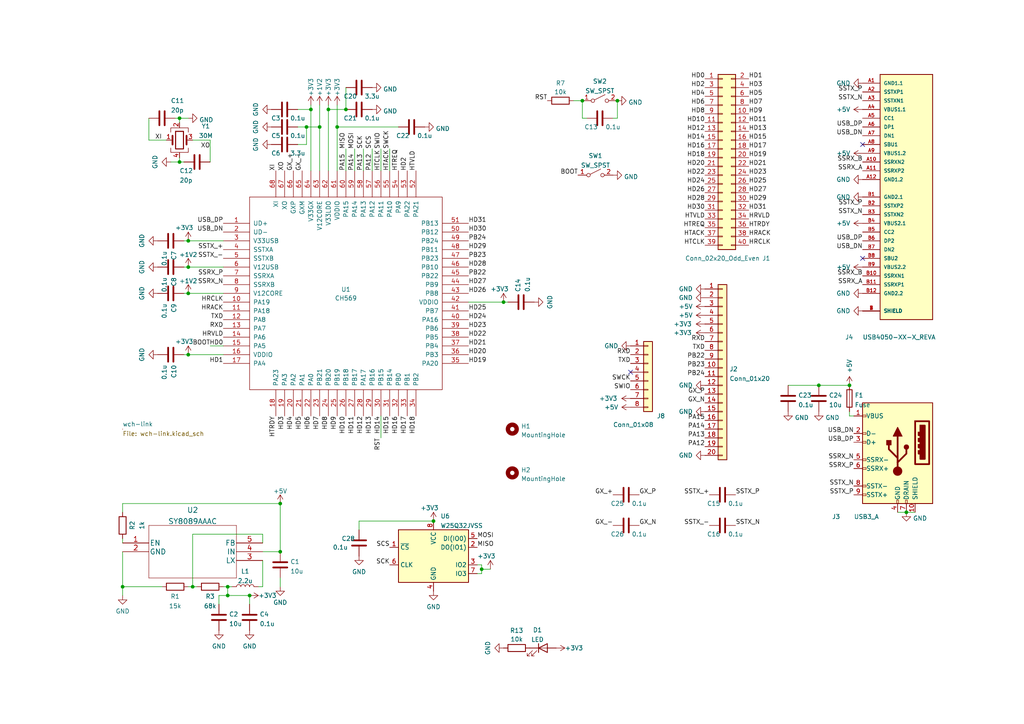
<source format=kicad_sch>
(kicad_sch (version 20211123) (generator eeschema)
  (paper "A4")
  (lib_symbols
    (symbol "2021-10-05_14-05-45:SY8089AAAC" (pin_names (offset 0.254))
      (property "Reference" "U" (at 20.32 10.16 0))
      (property "Value" "SY8089AAAC" (at 20.32 7.62 0))
      (symbol "SY8089AAAC_1_1"
        (pin input line (at 0 0 0) (length 7.62) (name "EN") (number "1"))
        (pin power_in line (at 0 -2.54 0) (length 7.62) (name "GND") (number "2"))
        (pin unspecified line (at 40.64 -5.08 180) (length 7.62) (name "LX") (number "3"))
        (pin input line (at 40.64 -2.54 180) (length 7.62) (name "IN") (number "4"))
        (pin output line (at 40.64 0 180) (length 7.62) (name "FB") (number "5"))
      )
    )
    (symbol "CH569:CH569" (pin_names (offset 1.016))
      (property "Reference" "U" (at 0 -2.54 0))
      (property "Value" "CH569" (at 0 2.54 0))
      (symbol "CH569_1_1"
        (pin bidirectional line (at -35.56 20.32 0) (length 7.62) (name "UD+") (number "1"))
        (pin bidirectional line (at -35.56 -2.54 0) (length 7.62) (name "PA19") (number "10"))
        (pin bidirectional line (at -35.56 -5.08 0) (length 7.62) (name "PA18") (number "11"))
        (pin bidirectional line (at -35.56 -7.62 0) (length 7.62) (name "PA8") (number "12"))
        (pin bidirectional line (at -35.56 -10.16 0) (length 7.62) (name "PA7") (number "13"))
        (pin bidirectional line (at -35.56 -12.7 0) (length 7.62) (name "PA6") (number "14"))
        (pin bidirectional line (at -35.56 -15.24 0) (length 7.62) (name "PA5") (number "15"))
        (pin power_in line (at -35.56 -17.78 0) (length 7.62) (name "VDDIO") (number "16"))
        (pin bidirectional line (at -35.56 -20.32 0) (length 7.62) (name "PA4") (number "17"))
        (pin bidirectional line (at -20.32 -35.56 90) (length 7.62) (name "PA23") (number "18"))
        (pin bidirectional line (at -17.78 -35.56 90) (length 7.62) (name "PA3") (number "19"))
        (pin bidirectional line (at -35.56 17.78 0) (length 7.62) (name "UD-") (number "2"))
        (pin bidirectional line (at -15.24 -35.56 90) (length 7.62) (name "PA2") (number "20"))
        (pin bidirectional line (at -12.7 -35.56 90) (length 7.62) (name "PA1") (number "21"))
        (pin bidirectional line (at -10.16 -35.56 90) (length 7.62) (name "PA0") (number "22"))
        (pin bidirectional line (at -7.62 -35.56 90) (length 7.62) (name "PB21") (number "23"))
        (pin bidirectional line (at -5.08 -35.56 90) (length 7.62) (name "PB20") (number "24"))
        (pin bidirectional line (at -2.54 -35.56 90) (length 7.62) (name "PB19") (number "25"))
        (pin bidirectional line (at 0 -35.56 90) (length 7.62) (name "PB18") (number "26"))
        (pin bidirectional line (at 2.54 -35.56 90) (length 7.62) (name "PB17") (number "27"))
        (pin bidirectional line (at 5.08 -35.56 90) (length 7.62) (name "PA17") (number "28"))
        (pin bidirectional line (at 7.62 -35.56 90) (length 7.62) (name "PB16") (number "29"))
        (pin power_in line (at -35.56 15.24 0) (length 7.62) (name "V33USB") (number "3"))
        (pin bidirectional line (at 10.16 -35.56 90) (length 7.62) (name "PB15") (number "30"))
        (pin bidirectional line (at 12.7 -35.56 90) (length 7.62) (name "PB14") (number "31"))
        (pin bidirectional line (at 15.24 -35.56 90) (length 7.62) (name "PB0") (number "32"))
        (pin bidirectional line (at 17.78 -35.56 90) (length 7.62) (name "PB1") (number "33"))
        (pin bidirectional line (at 20.32 -35.56 90) (length 7.62) (name "PB2") (number "34"))
        (pin bidirectional line (at 35.56 -20.32 180) (length 7.62) (name "PA20") (number "35"))
        (pin bidirectional line (at 35.56 -17.78 180) (length 7.62) (name "PB3") (number "36"))
        (pin bidirectional line (at 35.56 -15.24 180) (length 7.62) (name "PB4") (number "37"))
        (pin bidirectional line (at 35.56 -12.7 180) (length 7.62) (name "PB5") (number "38"))
        (pin bidirectional line (at 35.56 -10.16 180) (length 7.62) (name "PB6") (number "39"))
        (pin bidirectional line (at -35.56 12.7 0) (length 7.62) (name "SSTXA") (number "4"))
        (pin bidirectional line (at 35.56 -7.62 180) (length 7.62) (name "PA16") (number "40"))
        (pin bidirectional line (at 35.56 -5.08 180) (length 7.62) (name "PB7") (number "41"))
        (pin power_in line (at 35.56 -2.54 180) (length 7.62) (name "VDDIO") (number "42"))
        (pin bidirectional line (at 35.56 0 180) (length 7.62) (name "PB8") (number "43"))
        (pin bidirectional line (at 35.56 2.54 180) (length 7.62) (name "PB9") (number "44"))
        (pin bidirectional line (at 35.56 5.08 180) (length 7.62) (name "PB22") (number "45"))
        (pin bidirectional line (at 35.56 7.62 180) (length 7.62) (name "PB10") (number "46"))
        (pin bidirectional line (at 35.56 10.16 180) (length 7.62) (name "PB23") (number "47"))
        (pin bidirectional line (at 35.56 12.7 180) (length 7.62) (name "PB11") (number "48"))
        (pin bidirectional line (at 35.56 15.24 180) (length 7.62) (name "PB24") (number "49"))
        (pin bidirectional line (at -35.56 10.16 0) (length 7.62) (name "SSTXB") (number "5"))
        (pin bidirectional line (at 35.56 17.78 180) (length 7.62) (name "PB12") (number "50"))
        (pin bidirectional line (at 35.56 20.32 180) (length 7.62) (name "PB13") (number "51"))
        (pin bidirectional line (at 20.32 35.56 270) (length 7.62) (name "PA21") (number "52"))
        (pin bidirectional line (at 17.78 35.56 270) (length 7.62) (name "PA22") (number "53"))
        (pin bidirectional line (at 15.24 35.56 270) (length 7.62) (name "PA9") (number "54"))
        (pin bidirectional line (at 12.7 35.56 270) (length 7.62) (name "PA10") (number "55"))
        (pin bidirectional line (at 10.16 35.56 270) (length 7.62) (name "PA11") (number "56"))
        (pin bidirectional line (at 7.62 35.56 270) (length 7.62) (name "PA12") (number "57"))
        (pin bidirectional line (at 5.08 35.56 270) (length 7.62) (name "PA13") (number "58"))
        (pin bidirectional line (at 2.54 35.56 270) (length 7.62) (name "PA14") (number "59"))
        (pin power_in line (at -35.56 7.62 0) (length 7.62) (name "V12USB") (number "6"))
        (pin bidirectional line (at 0 35.56 270) (length 7.62) (name "PA15") (number "60"))
        (pin power_in line (at -2.54 35.56 270) (length 7.62) (name "VDDIO") (number "61"))
        (pin power_in line (at -5.08 35.56 270) (length 7.62) (name "V33LDO") (number "62"))
        (pin power_out line (at -7.62 35.56 270) (length 7.62) (name "V12CORE") (number "63"))
        (pin power_in line (at -10.16 35.56 270) (length 7.62) (name "V33GX") (number "64"))
        (pin bidirectional line (at -12.7 35.56 270) (length 7.62) (name "GXM") (number "65"))
        (pin bidirectional line (at -15.24 35.56 270) (length 7.62) (name "GXP") (number "66"))
        (pin output line (at -17.78 35.56 270) (length 7.62) (name "XO") (number "67"))
        (pin input line (at -20.32 35.56 270) (length 7.62) (name "XI") (number "68"))
        (pin input line (at -35.56 5.08 0) (length 7.62) (name "SSRXA") (number "7"))
        (pin input line (at -35.56 2.54 0) (length 7.62) (name "SSRXB") (number "8"))
        (pin power_in line (at -35.56 0 0) (length 7.62) (name "V12CORE") (number "9"))
      )
    )
    (symbol "Connector:USB3_A" (pin_names (offset 1.016))
      (property "Reference" "J" (at -10.16 15.24 0))
      (property "Value" "USB3_A" (at 10.16 15.24 0))
      (symbol "USB3_A_1_1"
        (pin power_in line (at 12.7 10.16 180) (length 2.54) (name "VBUS") (number "1"))
        (pin passive line (at -5.08 -17.78 90) (length 2.54) (name "SHIELD") (number "10"))
        (pin bidirectional line (at 12.7 5.08 180) (length 2.54) (name "D-") (number "2"))
        (pin bidirectional line (at 12.7 2.54 180) (length 2.54) (name "D+") (number "3"))
        (pin power_in line (at 0 -17.78 90) (length 2.54) (name "GND") (number "4"))
        (pin output line (at 12.7 -2.54 180) (length 2.54) (name "SSRX-") (number "5"))
        (pin output line (at 12.7 -5.08 180) (length 2.54) (name "SSRX+") (number "6"))
        (pin passive line (at -2.54 -17.78 90) (length 2.54) (name "DRAIN") (number "7"))
        (pin input line (at 12.7 -10.16 180) (length 2.54) (name "SSTX-") (number "8"))
        (pin input line (at 12.7 -12.7 180) (length 2.54) (name "SSTX+") (number "9"))
      )
    )
    (symbol "Connector_Generic:Conn_01x08" (pin_names (offset 1.016) hide)
      (property "Reference" "J" (at 0 10.16 0))
      (property "Value" "Conn_01x08" (at 0 -12.7 0))
      (symbol "Conn_01x08_1_1"
        (pin passive line (at -5.08 7.62 0) (length 3.81) (name "Pin_1") (number "1"))
        (pin passive line (at -5.08 5.08 0) (length 3.81) (name "Pin_2") (number "2"))
        (pin passive line (at -5.08 2.54 0) (length 3.81) (name "Pin_3") (number "3"))
        (pin passive line (at -5.08 0 0) (length 3.81) (name "Pin_4") (number "4"))
        (pin passive line (at -5.08 -2.54 0) (length 3.81) (name "Pin_5") (number "5"))
        (pin passive line (at -5.08 -5.08 0) (length 3.81) (name "Pin_6") (number "6"))
        (pin passive line (at -5.08 -7.62 0) (length 3.81) (name "Pin_7") (number "7"))
        (pin passive line (at -5.08 -10.16 0) (length 3.81) (name "Pin_8") (number "8"))
      )
    )
    (symbol "Connector_Generic:Conn_01x20" (pin_names (offset 1.016) hide)
      (property "Reference" "J" (at 0 25.4 0))
      (property "Value" "Conn_01x20" (at 0 -27.94 0))
      (symbol "Conn_01x20_1_1"
        (pin passive line (at -5.08 22.86 0) (length 3.81) (name "Pin_1") (number "1"))
        (pin passive line (at -5.08 0 0) (length 3.81) (name "Pin_10") (number "10"))
        (pin passive line (at -5.08 -2.54 0) (length 3.81) (name "Pin_11") (number "11"))
        (pin passive line (at -5.08 -5.08 0) (length 3.81) (name "Pin_12") (number "12"))
        (pin passive line (at -5.08 -7.62 0) (length 3.81) (name "Pin_13") (number "13"))
        (pin passive line (at -5.08 -10.16 0) (length 3.81) (name "Pin_14") (number "14"))
        (pin passive line (at -5.08 -12.7 0) (length 3.81) (name "Pin_15") (number "15"))
        (pin passive line (at -5.08 -15.24 0) (length 3.81) (name "Pin_16") (number "16"))
        (pin passive line (at -5.08 -17.78 0) (length 3.81) (name "Pin_17") (number "17"))
        (pin passive line (at -5.08 -20.32 0) (length 3.81) (name "Pin_18") (number "18"))
        (pin passive line (at -5.08 -22.86 0) (length 3.81) (name "Pin_19") (number "19"))
        (pin passive line (at -5.08 20.32 0) (length 3.81) (name "Pin_2") (number "2"))
        (pin passive line (at -5.08 -25.4 0) (length 3.81) (name "Pin_20") (number "20"))
        (pin passive line (at -5.08 17.78 0) (length 3.81) (name "Pin_3") (number "3"))
        (pin passive line (at -5.08 15.24 0) (length 3.81) (name "Pin_4") (number "4"))
        (pin passive line (at -5.08 12.7 0) (length 3.81) (name "Pin_5") (number "5"))
        (pin passive line (at -5.08 10.16 0) (length 3.81) (name "Pin_6") (number "6"))
        (pin passive line (at -5.08 7.62 0) (length 3.81) (name "Pin_7") (number "7"))
        (pin passive line (at -5.08 5.08 0) (length 3.81) (name "Pin_8") (number "8"))
        (pin passive line (at -5.08 2.54 0) (length 3.81) (name "Pin_9") (number "9"))
      )
    )
    (symbol "Connector_Generic:Conn_02x20_Odd_Even" (pin_names (offset 1.016) hide)
      (property "Reference" "J" (at 1.27 25.4 0))
      (property "Value" "Conn_02x20_Odd_Even" (at 1.27 -27.94 0))
      (symbol "Conn_02x20_Odd_Even_1_1"
        (pin passive line (at -5.08 22.86 0) (length 3.81) (name "Pin_1") (number "1"))
        (pin passive line (at 7.62 12.7 180) (length 3.81) (name "Pin_10") (number "10"))
        (pin passive line (at -5.08 10.16 0) (length 3.81) (name "Pin_11") (number "11"))
        (pin passive line (at 7.62 10.16 180) (length 3.81) (name "Pin_12") (number "12"))
        (pin passive line (at -5.08 7.62 0) (length 3.81) (name "Pin_13") (number "13"))
        (pin passive line (at 7.62 7.62 180) (length 3.81) (name "Pin_14") (number "14"))
        (pin passive line (at -5.08 5.08 0) (length 3.81) (name "Pin_15") (number "15"))
        (pin passive line (at 7.62 5.08 180) (length 3.81) (name "Pin_16") (number "16"))
        (pin passive line (at -5.08 2.54 0) (length 3.81) (name "Pin_17") (number "17"))
        (pin passive line (at 7.62 2.54 180) (length 3.81) (name "Pin_18") (number "18"))
        (pin passive line (at -5.08 0 0) (length 3.81) (name "Pin_19") (number "19"))
        (pin passive line (at 7.62 22.86 180) (length 3.81) (name "Pin_2") (number "2"))
        (pin passive line (at 7.62 0 180) (length 3.81) (name "Pin_20") (number "20"))
        (pin passive line (at -5.08 -2.54 0) (length 3.81) (name "Pin_21") (number "21"))
        (pin passive line (at 7.62 -2.54 180) (length 3.81) (name "Pin_22") (number "22"))
        (pin passive line (at -5.08 -5.08 0) (length 3.81) (name "Pin_23") (number "23"))
        (pin passive line (at 7.62 -5.08 180) (length 3.81) (name "Pin_24") (number "24"))
        (pin passive line (at -5.08 -7.62 0) (length 3.81) (name "Pin_25") (number "25"))
        (pin passive line (at 7.62 -7.62 180) (length 3.81) (name "Pin_26") (number "26"))
        (pin passive line (at -5.08 -10.16 0) (length 3.81) (name "Pin_27") (number "27"))
        (pin passive line (at 7.62 -10.16 180) (length 3.81) (name "Pin_28") (number "28"))
        (pin passive line (at -5.08 -12.7 0) (length 3.81) (name "Pin_29") (number "29"))
        (pin passive line (at -5.08 20.32 0) (length 3.81) (name "Pin_3") (number "3"))
        (pin passive line (at 7.62 -12.7 180) (length 3.81) (name "Pin_30") (number "30"))
        (pin passive line (at -5.08 -15.24 0) (length 3.81) (name "Pin_31") (number "31"))
        (pin passive line (at 7.62 -15.24 180) (length 3.81) (name "Pin_32") (number "32"))
        (pin passive line (at -5.08 -17.78 0) (length 3.81) (name "Pin_33") (number "33"))
        (pin passive line (at 7.62 -17.78 180) (length 3.81) (name "Pin_34") (number "34"))
        (pin passive line (at -5.08 -20.32 0) (length 3.81) (name "Pin_35") (number "35"))
        (pin passive line (at 7.62 -20.32 180) (length 3.81) (name "Pin_36") (number "36"))
        (pin passive line (at -5.08 -22.86 0) (length 3.81) (name "Pin_37") (number "37"))
        (pin passive line (at 7.62 -22.86 180) (length 3.81) (name "Pin_38") (number "38"))
        (pin passive line (at -5.08 -25.4 0) (length 3.81) (name "Pin_39") (number "39"))
        (pin passive line (at 7.62 20.32 180) (length 3.81) (name "Pin_4") (number "4"))
        (pin passive line (at 7.62 -25.4 180) (length 3.81) (name "Pin_40") (number "40"))
        (pin passive line (at -5.08 17.78 0) (length 3.81) (name "Pin_5") (number "5"))
        (pin passive line (at 7.62 17.78 180) (length 3.81) (name "Pin_6") (number "6"))
        (pin passive line (at -5.08 15.24 0) (length 3.81) (name "Pin_7") (number "7"))
        (pin passive line (at 7.62 15.24 180) (length 3.81) (name "Pin_8") (number "8"))
        (pin passive line (at -5.08 12.7 0) (length 3.81) (name "Pin_9") (number "9"))
      )
    )
    (symbol "Device:C" (pin_numbers hide) (pin_names (offset 0.254))
      (property "Reference" "C" (at 0.635 2.54 0))
      (property "Value" "C" (at 0.635 -2.54 0))
      (symbol "C_1_1"
        (pin passive line (at 0 3.81 270) (length 2.794) (name "~") (number "1"))
        (pin passive line (at 0 -3.81 90) (length 2.794) (name "~") (number "2"))
      )
    )
    (symbol "Device:Crystal_GND24" (pin_names (offset 1.016) hide)
      (property "Reference" "Y" (at 3.175 5.08 0))
      (property "Value" "Crystal_GND24" (at 3.175 3.175 0))
      (symbol "Crystal_GND24_1_1"
        (pin passive line (at -3.81 0 0) (length 1.27) (name "1") (number "1"))
        (pin passive line (at 0 5.08 270) (length 1.27) (name "2") (number "2"))
        (pin passive line (at 3.81 0 180) (length 1.27) (name "3") (number "3"))
        (pin passive line (at 0 -5.08 90) (length 1.27) (name "4") (number "4"))
      )
    )
    (symbol "Device:Fuse" (pin_numbers hide) (pin_names (offset 0))
      (property "Reference" "F" (at 2.032 0 90))
      (property "Value" "Fuse" (at -1.905 0 90))
      (symbol "Fuse_1_1"
        (pin passive line (at 0 3.81 270) (length 1.27) (name "~") (number "1"))
        (pin passive line (at 0 -3.81 90) (length 1.27) (name "~") (number "2"))
      )
    )
    (symbol "Device:L" (pin_numbers hide) (pin_names (offset 1.016) hide)
      (property "Reference" "L" (at -1.27 0 90))
      (property "Value" "L" (at 1.905 0 90))
      (symbol "L_1_1"
        (pin passive line (at 0 3.81 270) (length 1.27) (name "1") (number "1"))
        (pin passive line (at 0 -3.81 90) (length 1.27) (name "2") (number "2"))
      )
    )
    (symbol "Device:LED" (pin_numbers hide) (pin_names (offset 1.016) hide)
      (property "Reference" "D" (at 0 2.54 0))
      (property "Value" "LED" (at 0 -2.54 0))
      (symbol "LED_1_1"
        (pin passive line (at -3.81 0 0) (length 2.54) (name "K") (number "1"))
        (pin passive line (at 3.81 0 180) (length 2.54) (name "A") (number "2"))
      )
    )
    (symbol "Device:R" (pin_numbers hide) (pin_names (offset 0))
      (property "Reference" "R" (at 2.032 0 90))
      (property "Value" "R" (at 0 0 90))
      (symbol "R_1_1"
        (pin passive line (at 0 3.81 270) (length 1.27) (name "~") (number "1"))
        (pin passive line (at 0 -3.81 90) (length 1.27) (name "~") (number "2"))
      )
    )
    (symbol "Mechanical:MountingHole" (pin_names (offset 1.016))
      (property "Reference" "H" (at 0 5.08 0))
      (property "Value" "MountingHole" (at 0 3.175 0))
    )
    (symbol "Memory_Flash:W25Q32JVSS"
      (property "Reference" "U" (at -8.89 8.89 0))
      (property "Value" "W25Q32JVSS" (at 7.62 8.89 0))
      (symbol "W25Q32JVSS_1_1"
        (pin input line (at -12.7 2.54 0) (length 2.54) (name "~{CS}") (number "1"))
        (pin bidirectional line (at 12.7 2.54 180) (length 2.54) (name "DO(IO1)") (number "2"))
        (pin bidirectional line (at 12.7 -2.54 180) (length 2.54) (name "IO2") (number "3"))
        (pin power_in line (at 0 -10.16 90) (length 2.54) (name "GND") (number "4"))
        (pin bidirectional line (at 12.7 5.08 180) (length 2.54) (name "DI(IO0)") (number "5"))
        (pin input line (at -12.7 -2.54 0) (length 2.54) (name "CLK") (number "6"))
        (pin bidirectional line (at 12.7 -5.08 180) (length 2.54) (name "IO3") (number "7"))
        (pin power_in line (at 0 10.16 270) (length 2.54) (name "VCC") (number "8"))
      )
    )
    (symbol "Switch:SW_SPST" (pin_names (offset 0) hide)
      (property "Reference" "SW" (at 0 3.175 0))
      (property "Value" "SW_SPST" (at 0 -2.54 0))
      (symbol "SW_SPST_1_1"
        (pin passive line (at -5.08 0 0) (length 2.54) (name "A") (number "1"))
        (pin passive line (at 5.08 0 180) (length 2.54) (name "B") (number "2"))
      )
    )
    (symbol "USB4050-XX-X_REVA:USB4050-XX-X_REVA" (pin_names (offset 1.016))
      (property "Reference" "J" (at -7.62 35.56 0))
      (property "Value" "USB4050-XX-X_REVA" (at -7.62 -38.1508 0))
      (symbol "USB4050-XX-X_REVA_0_0"
        (pin passive line (at -12.7 -33.02 0) (length 5.08) (name "SHIELD") (number "1"))
        (pin passive line (at -12.7 -33.02 0) (length 5.08) (name "SHIELD") (number "2"))
        (pin passive line (at -12.7 -33.02 0) (length 5.08) (name "SHIELD") (number "3"))
        (pin passive line (at -12.7 -33.02 0) (length 5.08) (name "SHIELD") (number "4"))
        (pin power_in line (at -12.7 33.02 0) (length 5.08) (name "GND1.1") (number "A1"))
        (pin input line (at -12.7 10.16 0) (length 5.08) (name "SSRXN2") (number "A10"))
        (pin input line (at -12.7 7.62 0) (length 5.08) (name "SSRXP2") (number "A11"))
        (pin power_in line (at -12.7 5.08 0) (length 5.08) (name "GND1.2") (number "A12"))
        (pin output line (at -12.7 30.48 0) (length 5.08) (name "SSTXP1") (number "A2"))
        (pin output line (at -12.7 27.94 0) (length 5.08) (name "SSTXN1") (number "A3"))
        (pin power_in line (at -12.7 25.4 0) (length 5.08) (name "VBUS1.1") (number "A4"))
        (pin bidirectional line (at -12.7 22.86 0) (length 5.08) (name "CC1") (number "A5"))
        (pin bidirectional line (at -12.7 20.32 0) (length 5.08) (name "DP1") (number "A6"))
        (pin bidirectional line (at -12.7 17.78 0) (length 5.08) (name "DN1") (number "A7"))
        (pin bidirectional line (at -12.7 15.24 0) (length 5.08) (name "SBU1") (number "A8"))
        (pin power_in line (at -12.7 12.7 0) (length 5.08) (name "VBUS1.2") (number "A9"))
        (pin power_in line (at -12.7 0 0) (length 5.08) (name "GND2.1") (number "B1"))
        (pin input line (at -12.7 -22.86 0) (length 5.08) (name "SSRXN1") (number "B10"))
        (pin input line (at -12.7 -25.4 0) (length 5.08) (name "SSRXP1") (number "B11"))
        (pin power_in line (at -12.7 -27.94 0) (length 5.08) (name "GND2.2") (number "B12"))
        (pin output line (at -12.7 -2.54 0) (length 5.08) (name "SSTXP2") (number "B2"))
        (pin output line (at -12.7 -5.08 0) (length 5.08) (name "SSTXN2") (number "B3"))
        (pin power_in line (at -12.7 -7.62 0) (length 5.08) (name "VBUS2.1") (number "B4"))
        (pin bidirectional line (at -12.7 -10.16 0) (length 5.08) (name "CC2") (number "B5"))
        (pin bidirectional line (at -12.7 -12.7 0) (length 5.08) (name "DP2") (number "B6"))
        (pin bidirectional line (at -12.7 -15.24 0) (length 5.08) (name "DN2") (number "B7"))
        (pin bidirectional line (at -12.7 -17.78 0) (length 5.08) (name "SBU2") (number "B8"))
        (pin power_in line (at -12.7 -20.32 0) (length 5.08) (name "VBUS2.2") (number "B9"))
      )
    )
    (symbol "power:+1V2" (power) (pin_names (offset 0))
      (property "Value" "+1V2" (at 0 3.556 0))
      (symbol "+1V2_1_1"
        (pin power_in line (at 0 0 90) (length 0) hide (name "+1V2") (number "1"))
      )
    )
    (symbol "power:+3V3" (power) (pin_names (offset 0))
      (property "Value" "+3V3" (at 0 3.556 0))
      (symbol "+3V3_1_1"
        (pin power_in line (at 0 0 90) (length 0) hide (name "+3V3") (number "1"))
      )
    )
    (symbol "power:+5V" (power) (pin_names (offset 0))
      (property "Value" "+5V" (at 0 3.556 0))
      (symbol "+5V_1_1"
        (pin power_in line (at 0 0 90) (length 0) hide (name "+5V") (number "1"))
      )
    )
    (symbol "power:GND" (power) (pin_names (offset 0))
      (property "Value" "GND" (at 0 -3.81 0))
      (symbol "GND_1_1"
        (pin power_in line (at 0 0 270) (length 0) hide (name "GND") (number "1"))
      )
    )
  )
  (junction (at 262.89 148.59))
  (junction (at 81.28 146.05))
  (junction (at 100.33 31.75))
  (junction (at 95.25 31.75))
  (junction (at 88.9 36.83))
  (junction (at 66.04 170.18))
  (junction (at 72.39 172.72))
  (junction (at 66.04 172.72))
  (junction (at 90.17 31.75))
  (junction (at 179.07 29.21))
  (junction (at 54.61 102.87))
  (junction (at 237.49 111.76))
  (junction (at 97.79 36.83))
  (junction (at 35.56 170.18))
  (junction (at 92.71 36.83))
  (junction (at 54.61 85.09))
  (junction (at 54.61 77.47))
  (junction (at 246.38 111.76))
  (junction (at 54.61 69.85))
  (junction (at 81.28 160.02))
  (junction (at 168.91 29.21))
  (junction (at 125.73 151.13))
  (junction (at 139.7 165.1))
  (junction (at 146.05 87.63))
  (junction (at 52.07 46.99))
  (junction (at 52.07 34.29))
  (junction (at 55.88 170.18))
  (no_connect (at 250.19 41.91))
  (no_connect (at 250.19 74.93))
  (no_connect (at 182.88 107.95))
  (wire (pts (xy 35.56 160.02) (xy 35.56 170.18)))
  (wire (pts (xy 76.2 170.18) (xy 74.93 170.18)))
  (wire (pts (xy 138.43 166.37) (xy 139.7 166.37)))
  (wire (pts (xy 104.14 153.67) (xy 104.14 151.13)))
  (wire (pts (xy 52.07 45.72) (xy 52.07 46.99)))
  (wire (pts (xy 97.79 36.83) (xy 97.79 49.53)))
  (wire (pts (xy 262.89 148.59) (xy 265.43 148.59)))
  (wire (pts (xy 139.7 165.1) (xy 139.7 163.83)))
  (wire (pts (xy 35.56 156.21) (xy 35.56 157.48)))
  (wire (pts (xy 66.04 170.18) (xy 67.31 170.18)))
  (wire (pts (xy 55.88 40.64) (xy 60.96 40.64)))
  (wire (pts (xy 113.03 43.18) (xy 113.03 49.53)))
  (wire (pts (xy 60.96 100.33) (xy 64.77 100.33)))
  (wire (pts (xy 52.07 34.29) (xy 50.8 34.29)))
  (wire (pts (xy 43.18 40.64) (xy 43.18 34.29)))
  (wire (pts (xy 53.34 102.87) (xy 54.61 102.87)))
  (wire (pts (xy 86.36 36.83) (xy 88.9 36.83)))
  (wire (pts (xy 139.7 166.37) (xy 139.7 165.1)))
  (wire (pts (xy 66.04 172.72) (xy 63.5 172.72)))
  (wire (pts (xy 146.05 87.63) (xy 135.89 87.63)))
  (wire (pts (xy 147.32 87.63) (xy 146.05 87.63)))
  (wire (pts (xy 76.2 154.94) (xy 55.88 154.94)))
  (wire (pts (xy 92.71 30.48) (xy 92.71 36.83)))
  (wire (pts (xy 86.36 41.91) (xy 88.9 41.91)))
  (wire (pts (xy 53.34 69.85) (xy 54.61 69.85)))
  (wire (pts (xy 81.28 167.64) (xy 81.28 170.18)))
  (wire (pts (xy 55.88 154.94) (xy 55.88 170.18)))
  (wire (pts (xy 72.39 172.72) (xy 66.04 172.72)))
  (wire (pts (xy 237.49 111.76) (xy 246.38 111.76)))
  (wire (pts (xy 260.35 148.59) (xy 262.89 148.59)))
  (wire (pts (xy 60.96 40.64) (xy 60.96 46.99)))
  (wire (pts (xy 88.9 41.91) (xy 88.9 36.83)))
  (wire (pts (xy 107.95 43.18) (xy 107.95 49.53)))
  (wire (pts (xy 76.2 157.48) (xy 76.2 154.94)))
  (wire (pts (xy 52.07 35.56) (xy 52.07 34.29)))
  (wire (pts (xy 63.5 172.72) (xy 63.5 175.26)))
  (wire (pts (xy 55.88 170.18) (xy 57.15 170.18)))
  (wire (pts (xy 246.38 120.65) (xy 247.65 120.65)))
  (wire (pts (xy 54.61 102.87) (xy 64.77 102.87)))
  (wire (pts (xy 104.14 151.13) (xy 125.73 151.13)))
  (wire (pts (xy 76.2 160.02) (xy 81.28 160.02)))
  (wire (pts (xy 105.41 43.18) (xy 105.41 49.53)))
  (wire (pts (xy 54.61 77.47) (xy 64.77 77.47)))
  (wire (pts (xy 88.9 36.83) (xy 92.71 36.83)))
  (wire (pts (xy 168.91 34.29) (xy 168.91 29.21)))
  (wire (pts (xy 72.39 175.26) (xy 72.39 172.72)))
  (wire (pts (xy 97.79 36.83) (xy 115.57 36.83)))
  (wire (pts (xy 53.34 77.47) (xy 54.61 77.47)))
  (wire (pts (xy 139.7 163.83) (xy 138.43 163.83)))
  (wire (pts (xy 142.24 165.1) (xy 139.7 165.1)))
  (wire (pts (xy 95.25 31.75) (xy 100.33 31.75)))
  (wire (pts (xy 102.87 43.18) (xy 102.87 49.53)))
  (wire (pts (xy 64.77 170.18) (xy 66.04 170.18)))
  (wire (pts (xy 166.37 29.21) (xy 168.91 29.21)))
  (wire (pts (xy 86.36 31.75) (xy 90.17 31.75)))
  (wire (pts (xy 66.04 170.18) (xy 66.04 172.72)))
  (wire (pts (xy 110.49 120.65) (xy 110.49 127)))
  (wire (pts (xy 35.56 146.05) (xy 35.56 148.59)))
  (wire (pts (xy 35.56 170.18) (xy 35.56 172.72)))
  (wire (pts (xy 110.49 43.18) (xy 110.49 49.53)))
  (wire (pts (xy 170.18 34.29) (xy 168.91 34.29)))
  (wire (pts (xy 100.33 25.4) (xy 100.33 31.75)))
  (wire (pts (xy 53.34 85.09) (xy 54.61 85.09)))
  (wire (pts (xy 52.07 34.29) (xy 54.61 34.29)))
  (wire (pts (xy 35.56 170.18) (xy 46.99 170.18)))
  (wire (pts (xy 95.25 30.48) (xy 95.25 31.75)))
  (wire (pts (xy 81.28 146.05) (xy 81.28 160.02)))
  (wire (pts (xy 228.6 111.76) (xy 237.49 111.76)))
  (wire (pts (xy 52.07 46.99) (xy 53.34 46.99)))
  (wire (pts (xy 97.79 30.48) (xy 97.79 36.83)))
  (wire (pts (xy 90.17 30.48) (xy 90.17 31.75)))
  (wire (pts (xy 246.38 119.38) (xy 246.38 120.65)))
  (wire (pts (xy 35.56 146.05) (xy 81.28 146.05)))
  (wire (pts (xy 48.26 40.64) (xy 43.18 40.64)))
  (wire (pts (xy 90.17 31.75) (xy 90.17 49.53)))
  (wire (pts (xy 54.61 69.85) (xy 64.77 69.85)))
  (wire (pts (xy 54.61 170.18) (xy 55.88 170.18)))
  (wire (pts (xy 95.25 31.75) (xy 95.25 49.53)))
  (wire (pts (xy 49.53 46.99) (xy 52.07 46.99)))
  (wire (pts (xy 54.61 85.09) (xy 64.77 85.09)))
  (wire (pts (xy 76.2 162.56) (xy 76.2 170.18)))
  (wire (pts (xy 179.07 29.21) (xy 179.07 34.29)))
  (wire (pts (xy 92.71 36.83) (xy 92.71 49.53)))
  (wire (pts (xy 179.07 34.29) (xy 177.8 34.29)))
  (wire (pts (xy 100.33 43.18) (xy 100.33 49.53)))
  (label "HD13" (at 217.17 38.1 0))
  (label "HD11" (at 217.17 35.56 0))
  (label "HTREQ" (at 204.47 66.04 180))
  (label "HD23" (at 135.89 95.25 0))
  (label "HD22" (at 135.89 97.79 0))
  (label "HD2" (at 204.47 25.4 180))
  (label "PA15" (at 204.47 121.92 180))
  (label "HD31" (at 217.17 60.96 0))
  (label "MISO" (at 138.43 158.75 0))
  (label "SSRX_B" (at 250.19 46.99 180))
  (label "HD25" (at 135.89 90.17 0))
  (label "HD7" (at 217.17 30.48 0))
  (label "TXD" (at 204.47 101.6 180))
  (label "XO" (at 60.96 43.18 180))
  (label "GX_-" (at 177.8 152.4 180))
  (label "RST" (at 158.75 29.21 180))
  (label "HD9" (at 217.17 33.02 0))
  (label "SSTX_P" (at 247.65 143.51 180))
  (label "HTRDY" (at 80.01 120.65 270))
  (label "RST" (at 110.49 127 270))
  (label "USB_DN" (at 250.19 39.37 180))
  (label "PB24" (at 204.47 109.22 180))
  (label "HD26" (at 204.47 55.88 180))
  (label "HD0" (at 204.47 22.86 180))
  (label "HTVLD" (at 204.47 63.5 180))
  (label "HD10" (at 204.47 35.56 180))
  (label "HTACK" (at 204.47 68.58 180))
  (label "GX_+" (at 85.09 49.53 90))
  (label "HD8" (at 95.25 120.65 270))
  (label "SCS" (at 113.03 158.75 180))
  (label "HD24" (at 204.47 53.34 180))
  (label "HD27" (at 217.17 55.88 0))
  (label "SSRX_P" (at 247.65 135.89 180))
  (label "HD13" (at 107.95 120.65 270))
  (label "TXD" (at 64.77 92.71 180))
  (label "SWCK" (at 113.03 43.18 90))
  (label "HD11" (at 102.87 120.65 270))
  (label "SSTX_+" (at 205.74 143.51 180))
  (label "PB22" (at 204.47 104.14 180))
  (label "GX_-" (at 87.63 49.53 90))
  (label "HD4" (at 204.47 27.94 180))
  (label "HRCLK" (at 217.17 71.12 0))
  (label "USB_DP" (at 250.19 36.83 180))
  (label "SCK" (at 113.03 163.83 180))
  (label "HD0" (at 64.77 100.33 180))
  (label "GX_P" (at 185.42 143.51 0))
  (label "HD18" (at 204.47 45.72 180))
  (label "HD10" (at 100.33 120.65 270))
  (label "SSRX_P" (at 64.77 80.01 180))
  (label "HD19" (at 135.89 105.41 0))
  (label "HD5" (at 87.63 120.65 270))
  (label "HTACK" (at 113.03 49.53 90))
  (label "HD28" (at 204.47 58.42 180))
  (label "HD27" (at 135.89 82.55 0))
  (label "PA14" (at 102.87 49.53 90))
  (label "HRVLD" (at 64.77 97.79 180))
  (label "XO" (at 82.55 49.53 90))
  (label "SWIO" (at 110.49 43.18 90))
  (label "HD3" (at 217.17 25.4 0))
  (label "SSTX_N" (at 250.19 29.21 180))
  (label "GX_N" (at 185.42 152.4 0))
  (label "PA13" (at 105.41 49.53 90))
  (label "SSTX_P" (at 213.36 143.51 0))
  (label "SSTX_N" (at 213.36 152.4 0))
  (label "USB_DN" (at 247.65 125.73 180))
  (label "XI" (at 80.01 49.53 90))
  (label "HTCLK" (at 204.47 71.12 180))
  (label "HD1" (at 64.77 105.41 180))
  (label "HRACK" (at 217.17 68.58 0))
  (label "BOOT" (at 60.96 100.33 180))
  (label "SSRX_B" (at 250.19 80.01 180))
  (label "SSTX_P" (at 250.19 26.67 180))
  (label "HD18" (at 120.65 120.65 270))
  (label "PA12" (at 204.47 129.54 180))
  (label "HD29" (at 217.17 58.42 0))
  (label "HD21" (at 217.17 48.26 0))
  (label "HD31" (at 135.89 64.77 0))
  (label "HD8" (at 204.47 33.02 180))
  (label "SSTX_N" (at 247.65 140.97 180))
  (label "HD30" (at 204.47 60.96 180))
  (label "USB_DP" (at 247.65 128.27 180))
  (label "SWCK" (at 182.88 110.49 180))
  (label "SSRX_N" (at 64.77 82.55 180))
  (label "HD14" (at 110.49 120.65 270))
  (label "HD21" (at 135.89 100.33 0))
  (label "PA15" (at 100.33 49.53 90))
  (label "SSRX_A" (at 250.19 82.55 180))
  (label "GX_N" (at 204.47 116.84 180))
  (label "PA14" (at 204.47 124.46 180))
  (label "HRACK" (at 64.77 90.17 180))
  (label "HD16" (at 204.47 43.18 180))
  (label "HD2" (at 118.11 49.53 90))
  (label "HTVLD" (at 120.65 49.53 90))
  (label "HD6" (at 204.47 30.48 180))
  (label "PA12" (at 107.95 49.53 90))
  (label "MOSI" (at 102.87 43.18 90))
  (label "RXD" (at 64.77 95.25 180))
  (label "SCK" (at 105.41 43.18 90))
  (label "HD20" (at 204.47 48.26 180))
  (label "HD23" (at 217.17 50.8 0))
  (label "HRCLK" (at 64.77 87.63 180))
  (label "GX_+" (at 177.8 143.51 180))
  (label "HD7" (at 92.71 120.65 270))
  (label "HD30" (at 135.89 67.31 0))
  (label "SSTX_-" (at 205.74 152.4 180))
  (label "PB24" (at 135.89 69.85 0))
  (label "HD15" (at 113.03 120.65 270))
  (label "HD14" (at 204.47 40.64 180))
  (label "RXD" (at 204.47 99.06 180))
  (label "HD3" (at 82.55 120.65 270))
  (label "SCS" (at 107.95 43.18 90))
  (label "SSTX_N" (at 250.19 62.23 180))
  (label "SSRX_N" (at 247.65 133.35 180))
  (label "HTREQ" (at 115.57 49.53 90))
  (label "HRVLD" (at 217.17 63.5 0))
  (label "HD24" (at 135.89 92.71 0))
  (label "PB23" (at 135.89 74.93 0))
  (label "MOSI" (at 138.43 156.21 0))
  (label "XI" (at 46.99 40.64 180))
  (label "HD15" (at 217.17 40.64 0))
  (label "PB23" (at 204.47 106.68 180))
  (label "SSRX_A" (at 250.19 49.53 180))
  (label "HD1" (at 217.17 22.86 0))
  (label "GX_P" (at 204.47 114.3 180))
  (label "SSTX_-" (at 64.77 74.93 180))
  (label "USB_DP" (at 250.19 69.85 180))
  (label "HTRDY" (at 217.17 66.04 0))
  (label "HD12" (at 204.47 38.1 180))
  (label "HD29" (at 135.89 72.39 0))
  (label "PA13" (at 204.47 127 180))
  (label "PB22" (at 135.89 80.01 0))
  (label "HD20" (at 135.89 102.87 0))
  (label "RXD" (at 182.88 102.87 180))
  (label "HD4" (at 85.09 120.65 270))
  (label "HD25" (at 217.17 53.34 0))
  (label "USB_DP" (at 64.77 64.77 180))
  (label "HD5" (at 217.17 27.94 0))
  (label "USB_DN" (at 250.19 72.39 180))
  (label "HD26" (at 135.89 85.09 0))
  (label "HD28" (at 135.89 77.47 0))
  (label "BOOT" (at 167.64 50.8 180))
  (label "HD12" (at 105.41 120.65 270))
  (label "HTCLK" (at 110.49 49.53 90))
  (label "HD22" (at 204.47 50.8 180))
  (label "MISO" (at 100.33 43.18 90))
  (label "HD19" (at 217.17 45.72 0))
  (label "HD6" (at 90.17 120.65 270))
  (label "SSTX_P" (at 250.19 59.69 180))
  (label "HD17" (at 217.17 43.18 0))
  (label "TXD" (at 182.88 105.41 180))
  (label "HD17" (at 118.11 120.65 270))
  (label "HD9" (at 97.79 120.65 270))
  (label "SWIO" (at 182.88 113.03 180))
  (label "HD16" (at 115.57 120.65 270))
  (label "USB_DN" (at 64.77 67.31 180))
  (label "SSTX_+" (at 64.77 72.39 180))
  (symbol (lib_id "Device:C") (at 104.14 25.4 270) (unit 1)
    (property "Reference" "C20" (at 101.6 27.94 90))
    (property "Value" "3.3u" (at 107.95 27.94 90))
    (property "Footprint" "Capacitor_SMD:C_0603_1608Metric" (effects hide))
  )
  (symbol (lib_id "power:GND") (at 250.19 90.17 270) (unit 1)
    (property "Reference" "#PWR035" (effects hide))
    (property "Value" "GND" (at 242.57 90.17 90) (effects (justify left)))
  )
  (symbol (lib_id "USB4050-XX-X_REVA:USB4050-XX-X_REVA") (at 262.89 57.15 0) (unit 1)
    (property "Reference" "J4" (at 245.11 97.79 0) (effects (justify left)))
    (property "Value" "USB4050-XX-X_REVA" (at 250.19 97.79 0) (effects (justify left)))
    (property "MANUFACTURER" "GCT" (effects hide))
  )
  (symbol (lib_id "power:+3V3") (at 125.73 151.13 0) (unit 1)
    (property "Reference" "#PWR050" (effects hide))
    (property "Value" "+3V3" (at 121.92 147.32 0) (effects (justify left)))
  )
  (symbol (lib_id "Device:LED") (at 157.48 187.96 0) (unit 1)
    (property "Reference" "D1" (at 155.8925 182.7235 0))
    (property "Value" "LED" (at 155.8925 185.4986 0))
    (property "Footprint" "LED_SMD:LED_0603_1608Metric" (effects hide))
  )
  (symbol (lib_id "Mechanical:MountingHole") (at 148.59 137.16 0) (unit 1)
    (property "Reference" "H2" (at 151.13 136.3253 0) (effects (justify left)))
    (property "Value" "MountingHole" (at 151.13 138.8622 0) (effects (justify left)))
    (property "Footprint" "MountingHole:MountingHole_2.7mm" (effects hide))
  )
  (symbol (lib_id "power:+3V3") (at 204.47 93.98 90) (unit 1)
    (property "Reference" "#PWR0106" (effects hide))
    (property "Value" "+3V3" (at 200.66 93.98 90) (effects (justify left)))
  )
  (symbol (lib_id "power:GND") (at 228.6 119.38 0) (unit 1)
    (property "Reference" "#PWR060" (effects hide))
    (property "Value" "GND" (at 230.505 121.129 0) (effects (justify left)))
  )
  (symbol (lib_id "Device:R") (at 35.56 152.4 180) (unit 1)
    (property "Reference" "R2" (at 38.3729 152.4 90))
    (property "Value" "1k" (at 41.148 152.4 90))
    (property "Footprint" "Resistor_SMD:R_0603_1608Metric" (effects hide))
  )
  (symbol (lib_id "power:GND") (at 78.74 36.83 270) (unit 1)
    (property "Reference" "#PWR04" (effects hide))
    (property "Value" "GND" (at 74.1775 36.83 0))
  )
  (symbol (lib_id "power:+3V3") (at 54.61 69.85 0) (unit 1)
    (property "Reference" "#PWR015" (effects hide))
    (property "Value" "+3V3" (at 50.8 66.04 0) (effects (justify left)))
  )
  (symbol (lib_id "power:GND") (at 182.88 100.33 270) (unit 1)
    (property "Reference" "#PWR0111" (effects hide))
    (property "Value" "GND" (at 175.26 100.33 90) (effects (justify left)))
  )
  (symbol (lib_id "power:GND") (at 45.72 102.87 270) (unit 1)
    (property "Reference" "#PWR014" (effects hide))
    (property "Value" "GND" (at 41.1575 102.87 0))
  )
  (symbol (lib_id "power:GND") (at 78.74 41.91 270) (unit 1)
    (property "Reference" "#PWR07" (effects hide))
    (property "Value" "GND" (at 74.1775 41.91 0))
  )
  (symbol (lib_id "power:GND") (at 204.47 111.76 270) (unit 1)
    (property "Reference" "#PWR0108" (effects hide))
    (property "Value" "GND" (at 196.85 111.76 90) (effects (justify left)))
  )
  (symbol (lib_id "Device:C") (at 49.53 77.47 270) (unit 1)
    (property "Reference" "C8" (at 50.4385 80.391 0) (effects (justify left)))
    (property "Value" "0.1u" (at 47.6634 80.391 0) (effects (justify left)))
    (property "Footprint" "Capacitor_SMD:C_0603_1608Metric" (effects hide))
  )
  (symbol (lib_id "power:GND") (at 45.72 69.85 270) (unit 1)
    (property "Reference" "#PWR011" (effects hide))
    (property "Value" "GND" (at 41.1575 69.85 0))
  )
  (symbol (lib_id "Device:C") (at 209.55 143.51 270) (unit 1)
    (property "Reference" "C15" (at 207.01 146.05 90))
    (property "Value" "0.1u" (at 213.36 146.05 90))
    (property "Footprint" "Capacitor_SMD:C_0402_1005Metric" (effects hide))
  )
  (symbol (lib_id "Connector:USB3_A") (at 260.35 130.81 0) (mirror y) (unit 1)
    (property "Reference" "J3" (at 241.3 149.86 0) (effects (justify right)))
    (property "Value" "USB3_A" (at 247.65 149.86 0) (effects (justify right)))
    (property "Footprint" "USB1135-15-9-L-B_REVA1:GCT_USB1135-15-9-L-B_REVA1" (effects hide))
  )
  (symbol (lib_id "power:+5V") (at 204.47 88.9 90) (unit 1)
    (property "Reference" "#PWR0104" (effects hide))
    (property "Value" "+5V" (at 196.85 88.9 90) (effects (justify right)))
  )
  (symbol (lib_id "Device:C") (at 46.99 34.29 270) (unit 1)
    (property "Reference" "C11" (at 49.53 29.21 90) (effects (justify left)))
    (property "Value" "20p" (at 49.53 31.9851 90) (effects (justify left)))
    (property "Footprint" "Capacitor_SMD:C_0603_1608Metric" (effects hide))
  )
  (symbol (lib_id "Memory_Flash:W25Q32JVSS") (at 125.73 161.29 0) (unit 1)
    (property "Reference" "U6" (at 127.7494 149.7035 0) (effects (justify left)))
    (property "Value" "W25Q32JVSS" (at 127.7494 152.4786 0) (effects (justify left)))
    (property "Footprint" "Package_SO:SOIC-8_5.23x5.23mm_P1.27mm" (effects hide))
    (property "Datasheet" "http://www.winbond.com/resource-files/w25q32jv%20revg%2003272018%20plus.pdf" (effects hide))
  )
  (symbol (lib_id "Device:C") (at 181.61 143.51 270) (unit 1)
    (property "Reference" "C25" (at 179.07 146.05 90))
    (property "Value" "0.1u" (at 185.42 146.05 90))
    (property "Footprint" "Capacitor_SMD:C_0402_1005Metric" (effects hide))
  )
  (symbol (lib_id "power:GND") (at 81.28 170.18 0) (unit 1)
    (property "Reference" "#PWR01" (effects hide))
    (property "Value" "GND" (at 81.28 174.7425 0))
  )
  (symbol (lib_id "Device:R") (at 60.96 170.18 90) (unit 1)
    (property "Reference" "R3" (at 60.96 172.9929 90))
    (property "Value" "68k" (at 60.96 175.768 90))
    (property "Footprint" "Resistor_SMD:R_0603_1608Metric" (effects hide))
  )
  (symbol (lib_id "power:+5V") (at 246.38 111.76 0) (unit 1)
    (property "Reference" "#PWR025" (effects hide))
    (property "Value" "+5V" (at 246.38 104.14 90) (effects (justify right)))
  )
  (symbol (lib_id "power:+5V") (at 250.19 64.77 90) (unit 1)
    (property "Reference" "#PWR032" (effects hide))
    (property "Value" "+5V" (at 242.57 64.77 90) (effects (justify right)))
  )
  (symbol (lib_id "power:GND") (at 123.19 36.83 90) (unit 1)
    (property "Reference" "#PWR059" (effects hide))
    (property "Value" "GND" (at 126.365 37.309 90) (effects (justify right)))
  )
  (symbol (lib_id "Device:C") (at 119.38 36.83 270) (unit 1)
    (property "Reference" "C22" (at 116.84 39.37 90))
    (property "Value" "0.1u" (at 123.19 39.37 90))
    (property "Footprint" "Capacitor_SMD:C_0603_1608Metric" (effects hide))
  )
  (symbol (lib_id "Device:C") (at 104.14 157.48 0) (unit 1)
    (property "Reference" "C28" (at 99.06 156.21 0) (effects (justify left)))
    (property "Value" "0.1u" (at 96.52 158.75 0) (effects (justify left)))
    (property "Footprint" "Capacitor_SMD:C_0603_1608Metric" (effects hide))
  )
  (symbol (lib_id "Device:C") (at 151.13 87.63 90) (unit 1)
    (property "Reference" "C14" (at 150.2215 84.709 0) (effects (justify left)))
    (property "Value" "0.1u" (at 152.9966 84.709 0) (effects (justify left)))
    (property "Footprint" "Capacitor_SMD:C_0603_1608Metric" (effects hide))
  )
  (symbol (lib_id "power:GND") (at 146.05 187.96 270) (unit 1)
    (property "Reference" "#PWR053" (effects hide))
    (property "Value" "GND" (at 141.4875 187.96 0))
  )
  (symbol (lib_id "power:GND") (at 262.89 148.59 0) (unit 1)
    (property "Reference" "#PWR026" (effects hide))
    (property "Value" "GND" (at 264.795 150.339 0) (effects (justify left)))
  )
  (symbol (lib_id "Mechanical:MountingHole") (at 148.59 124.46 0) (unit 1)
    (property "Reference" "H1" (at 151.13 123.6253 0) (effects (justify left)))
    (property "Value" "MountingHole" (at 151.13 126.1622 0) (effects (justify left)))
    (property "Footprint" "MountingHole:MountingHole_2.7mm" (effects hide))
  )
  (symbol (lib_id "power:GND") (at 250.19 85.09 270) (unit 1)
    (property "Reference" "#PWR034" (effects hide))
    (property "Value" "GND" (at 242.57 85.09 90) (effects (justify left)))
  )
  (symbol (lib_id "power:GND") (at 45.72 77.47 270) (unit 1)
    (property "Reference" "#PWR012" (effects hide))
    (property "Value" "GND" (at 41.1575 77.47 0))
  )
  (symbol (lib_id "Device:C") (at 49.53 85.09 270) (unit 1)
    (property "Reference" "C9" (at 50.4385 88.011 0) (effects (justify left)))
    (property "Value" "0.1u" (at 47.6634 88.011 0) (effects (justify left)))
    (property "Footprint" "Capacitor_SMD:C_0603_1608Metric" (effects hide))
  )
  (symbol (lib_id "power:GND") (at 250.19 57.15 270) (unit 1)
    (property "Reference" "#PWR031" (effects hide))
    (property "Value" "GND" (at 242.57 57.15 90) (effects (justify left)))
  )
  (symbol (lib_id "power:GND") (at 107.95 25.4 90) (unit 1)
    (property "Reference" "#PWR057" (effects hide))
    (property "Value" "GND" (at 111.125 25.879 90) (effects (justify right)))
  )
  (symbol (lib_id "power:+5V") (at 250.19 77.47 90) (unit 1)
    (property "Reference" "#PWR033" (effects hide))
    (property "Value" "+5V" (at 242.57 77.47 90) (effects (justify right)))
  )
  (symbol (lib_id "power:GND") (at 35.56 172.72 0) (unit 1)
    (property "Reference" "#PWR0101" (effects hide))
    (property "Value" "GND" (at 35.56 177.2825 0))
  )
  (symbol (lib_id "Device:R") (at 162.56 29.21 90) (unit 1)
    (property "Reference" "R7" (at 162.56 24.13 90))
    (property "Value" "10k" (at 162.56 26.67 90))
    (property "Footprint" "Resistor_SMD:R_0603_1608Metric" (effects hide))
  )
  (symbol (lib_id "Device:C") (at 81.28 163.83 0) (unit 1)
    (property "Reference" "C1" (at 84.201 162.9215 0) (effects (justify left)))
    (property "Value" "10u" (at 84.201 165.6966 0) (effects (justify left)))
    (property "Footprint" "Capacitor_SMD:C_0603_1608Metric" (effects hide))
  )
  (symbol (lib_id "power:+3V3") (at 204.47 96.52 90) (unit 1)
    (property "Reference" "#PWR0107" (effects hide))
    (property "Value" "+3V3" (at 200.66 96.52 90) (effects (justify left)))
  )
  (symbol (lib_id "Device:C") (at 237.49 115.57 0) (unit 1)
    (property "Reference" "C24" (at 240.411 114.6615 0) (effects (justify left)))
    (property "Value" "10u" (at 240.411 117.4366 0) (effects (justify left)))
    (property "Footprint" "Capacitor_SMD:C_0603_1608Metric" (effects hide))
  )
  (symbol (lib_id "power:+3V3") (at 90.17 30.48 0) (unit 1)
    (property "Reference" "#PWR08" (effects hide))
    (property "Value" "+3V3" (at 90.17 27.94 90) (effects (justify left)))
  )
  (symbol (lib_id "power:GND") (at 104.14 161.29 0) (unit 1)
    (property "Reference" "#PWR069" (effects hide))
    (property "Value" "GND" (at 104.14 165.8525 0))
  )
  (symbol (lib_id "power:GND") (at 78.74 31.75 270) (unit 1)
    (property "Reference" "#PWR02" (effects hide))
    (property "Value" "GND" (at 74.1775 31.75 0))
  )
  (symbol (lib_id "power:GND") (at 237.49 119.38 0) (unit 1)
    (property "Reference" "#PWR061" (effects hide))
    (property "Value" "GND" (at 239.395 121.129 0) (effects (justify left)))
  )
  (symbol (lib_id "Device:R") (at 50.8 170.18 90) (unit 1)
    (property "Reference" "R1" (at 50.8 172.9929 90))
    (property "Value" "15k" (at 50.8 175.768 90))
    (property "Footprint" "Resistor_SMD:R_0603_1608Metric" (effects hide))
  )
  (symbol (lib_id "Device:C") (at 49.53 69.85 270) (unit 1)
    (property "Reference" "C7" (at 50.4385 72.771 0) (effects (justify left)))
    (property "Value" "0.1u" (at 47.6634 72.771 0) (effects (justify left)))
    (property "Footprint" "Capacitor_SMD:C_0603_1608Metric" (effects hide))
  )
  (symbol (lib_id "power:+3V3") (at 54.61 102.87 0) (unit 1)
    (property "Reference" "#PWR018" (effects hide))
    (property "Value" "+3V3" (at 50.8 99.06 0) (effects (justify left)))
  )
  (symbol (lib_id "power:GND") (at 204.47 132.08 270) (unit 1)
    (property "Reference" "#PWR0110" (effects hide))
    (property "Value" "GND" (at 196.85 132.08 90) (effects (justify left)))
  )
  (symbol (lib_id "power:+1V2") (at 92.71 30.48 0) (unit 1)
    (property "Reference" "#PWR010" (effects hide))
    (property "Value" "+1V2" (at 92.71 27.94 90) (effects (justify left)))
  )
  (symbol (lib_id "power:+3V3") (at 146.05 87.63 0) (unit 1)
    (property "Reference" "#PWR023" (effects hide))
    (property "Value" "+3V3" (at 142.24 83.82 0) (effects (justify left)))
  )
  (symbol (lib_id "Device:C") (at 209.55 152.4 270) (unit 1)
    (property "Reference" "C16" (at 207.01 154.94 90))
    (property "Value" "0.1u" (at 213.36 154.94 90))
    (property "Footprint" "Capacitor_SMD:C_0402_1005Metric" (effects hide))
  )
  (symbol (lib_id "Device:C") (at 104.14 31.75 270) (unit 1)
    (property "Reference" "C21" (at 101.6 34.29 90))
    (property "Value" "0.1u" (at 107.95 34.29 90))
    (property "Footprint" "Capacitor_SMD:C_0603_1608Metric" (effects hide))
  )
  (symbol (lib_id "power:+5V") (at 81.28 146.05 0) (unit 1)
    (property "Reference" "#PWR09" (effects hide))
    (property "Value" "+5V" (at 81.28 142.4455 0))
  )
  (symbol (lib_id "power:GND") (at 125.73 171.45 0) (unit 1)
    (property "Reference" "#PWR051" (effects hide))
    (property "Value" "GND" (at 125.73 176.0125 0))
  )
  (symbol (lib_id "power:GND") (at 45.72 85.09 270) (unit 1)
    (property "Reference" "#PWR013" (effects hide))
    (property "Value" "GND" (at 41.1575 85.09 0))
  )
  (symbol (lib_id "power:+3V3") (at 182.88 115.57 90) (unit 1)
    (property "Reference" "#PWR0112" (effects hide))
    (property "Value" "+3V3" (at 179.07 115.57 90) (effects (justify left)))
  )
  (symbol (lib_id "Device:C") (at 82.55 36.83 270) (unit 1)
    (property "Reference" "C5" (at 80.01 39.37 90))
    (property "Value" "0.1u" (at 86.36 39.37 90))
    (property "Footprint" "Capacitor_SMD:C_0603_1608Metric" (effects hide))
  )
  (symbol (lib_id "2021-10-05_14-05-45:SY8089AAAC") (at 35.56 157.48 0) (unit 1)
    (property "Reference" "U2" (at 55.88 147.9326 0) (effects (font (size 1.524 1.524))))
    (property "Value" "SY8089AAAC" (at 55.88 151.2116 0) (effects (font (size 1.524 1.524))))
    (property "Footprint" "Package_TO_SOT_SMD:SOT-23-5" (effects hide))
  )
  (symbol (lib_id "power:+1V2") (at 54.61 77.47 0) (unit 1)
    (property "Reference" "#PWR016" (effects hide))
    (property "Value" "+1V2" (at 54.61 73.8655 0))
  )
  (symbol (lib_id "power:GND") (at 204.47 83.82 270) (unit 1)
    (property "Reference" "#PWR0102" (effects hide))
    (property "Value" "GND" (at 196.85 83.82 90) (effects (justify left)))
  )
  (symbol (lib_id "Device:C") (at 57.15 46.99 270) (unit 1)
    (property "Reference" "C12" (at 52.07 49.53 90) (effects (justify left)))
    (property "Value" "20p" (at 52.07 52.3051 90) (effects (justify left)))
    (property "Footprint" "Capacitor_SMD:C_0603_1608Metric" (effects hide))
  )
  (symbol (lib_id "Switch:SW_SPST") (at 172.72 50.8 0) (unit 1)
    (property "Reference" "SW1" (at 172.72 45.1825 0))
    (property "Value" "SW_SPST" (at 172.72 47.9576 0))
    (property "Footprint" "Button_Switch_SMD:SW_SPST_EVQPE1" (effects hide))
  )
  (symbol (lib_id "power:+3V3") (at 72.39 172.72 270) (unit 1)
    (property "Reference" "#PWR05" (effects hide))
    (property "Value" "+3V3" (at 74.93 172.72 90) (effects (justify left)))
  )
  (symbol (lib_id "Device:C") (at 49.53 102.87 270) (unit 1)
    (property "Reference" "C10" (at 50.4385 105.791 0) (effects (justify left)))
    (property "Value" "0.1u" (at 47.6634 105.791 0) (effects (justify left)))
    (property "Footprint" "Capacitor_SMD:C_0603_1608Metric" (effects hide))
  )
  (symbol (lib_id "power:GND") (at 107.95 31.75 90) (unit 1)
    (property "Reference" "#PWR058" (effects hide))
    (property "Value" "GND" (at 111.125 32.229 90) (effects (justify right)))
  )
  (symbol (lib_id "Connector_Generic:Conn_01x08") (at 187.96 107.95 0) (unit 1)
    (property "Reference" "J8" (at 190.5 120.65 0) (effects (justify left)))
    (property "Value" "Conn_01x08" (at 177.8 123.19 0) (effects (justify left)))
    (property "Footprint" "Connector_PinSocket_2.54mm:PinSocket_1x08_P2.54mm_Vertical" (effects hide))
  )
  (symbol (lib_id "power:GND") (at 250.19 52.07 270) (unit 1)
    (property "Reference" "#PWR030" (effects hide))
    (property "Value" "GND" (at 242.57 52.07 90) (effects (justify left)))
  )
  (symbol (lib_id "Device:Crystal_GND24") (at 52.07 40.64 0) (unit 1)
    (property "Reference" "Y1" (at 59.69 36.5949 0))
    (property "Value" "30M" (at 59.69 39.37 0))
    (property "Footprint" "Crystal:Crystal_SMD_3225-4Pin_3.2x2.5mm" (effects hide))
  )
  (symbol (lib_id "Switch:SW_SPST") (at 173.99 29.21 0) (unit 1)
    (property "Reference" "SW2" (at 173.99 23.5925 0))
    (property "Value" "SW_SPST" (at 173.99 26.3676 0))
    (property "Footprint" "Button_Switch_SMD:SW_SPST_EVQPE1" (effects hide))
  )
  (symbol (lib_id "power:+5V") (at 204.47 91.44 90) (unit 1)
    (property "Reference" "#PWR0105" (effects hide))
    (property "Value" "+5V" (at 196.85 91.44 90) (effects (justify right)))
  )
  (symbol (lib_id "power:GND") (at 49.53 46.99 270) (unit 1)
    (property "Reference" "#PWR019" (effects hide))
    (property "Value" "GND" (at 44.9675 46.99 0))
  )
  (symbol (lib_id "Device:C") (at 82.55 41.91 270) (unit 1)
    (property "Reference" "C6" (at 80.01 44.45 90))
    (property "Value" "3.3u" (at 86.36 44.45 90))
    (property "Footprint" "Capacitor_SMD:C_0603_1608Metric" (effects hide))
  )
  (symbol (lib_id "power:+5V") (at 182.88 118.11 90) (unit 1)
    (property "Reference" "#PWR0113" (effects hide))
    (property "Value" "+5V" (at 175.26 118.11 90) (effects (justify right)))
  )
  (symbol (lib_id "Device:C") (at 72.39 179.07 0) (unit 1)
    (property "Reference" "C4" (at 75.311 178.1615 0) (effects (justify left)))
    (property "Value" "0.1u" (at 75.311 180.9366 0) (effects (justify left)))
    (property "Footprint" "Capacitor_SMD:C_0603_1608Metric" (effects hide))
  )
  (symbol (lib_id "power:GND") (at 250.19 24.13 270) (unit 1)
    (property "Reference" "#PWR027" (effects hide))
    (property "Value" "GND" (at 242.57 24.13 90) (effects (justify left)))
  )
  (symbol (lib_id "power:GND") (at 204.47 86.36 270) (unit 1)
    (property "Reference" "#PWR0103" (effects hide))
    (property "Value" "GND" (at 196.85 86.36 90) (effects (justify left)))
  )
  (symbol (lib_id "Device:C") (at 173.99 34.29 270) (unit 1)
    (property "Reference" "C13" (at 171.45 36.83 90))
    (property "Value" "0.1u" (at 177.8 36.83 90))
    (property "Footprint" "Capacitor_SMD:C_0603_1608Metric" (effects hide))
  )
  (symbol (lib_id "power:+5V") (at 250.19 31.75 90) (unit 1)
    (property "Reference" "#PWR028" (effects hide))
    (property "Value" "+5V" (at 242.57 31.75 90) (effects (justify right)))
  )
  (symbol (lib_id "Device:C") (at 63.5 179.07 0) (unit 1)
    (property "Reference" "C2" (at 66.421 178.1615 0) (effects (justify left)))
    (property "Value" "10u" (at 66.421 180.9366 0) (effects (justify left)))
    (property "Footprint" "Capacitor_SMD:C_0603_1608Metric" (effects hide))
  )
  (symbol (lib_id "power:GND") (at 177.8 50.8 90) (unit 1)
    (property "Reference" "#PWR021" (effects hide))
    (property "Value" "GND" (at 180.975 51.279 90) (effects (justify right)))
  )
  (symbol (lib_id "Device:L") (at 71.12 170.18 90) (unit 1)
    (property "Reference" "L1" (at 71.12 165.7055 90))
    (property "Value" "2.2u" (at 71.12 168.4806 90))
    (property "Footprint" "Inductor_SMD:L_Wuerth_MAPI-2510" (effects hide))
  )
  (symbol (lib_id "Connector_Generic:Conn_02x20_Odd_Even") (at 209.55 45.72 0) (unit 1)
    (property "Reference" "J1" (at 222.25 74.93 0))
    (property "Value" "Conn_02x20_Odd_Even" (at 209.55 74.93 0))
    (property "Footprint" "Connector_PinHeader_2.54mm:PinHeader_2x20_P2.54mm_Vertical" (effects hide))
  )
  (symbol (lib_id "power:+5V") (at 250.19 44.45 90) (unit 1)
    (property "Reference" "#PWR029" (effects hide))
    (property "Value" "+5V" (at 242.57 44.45 90) (effects (justify right)))
  )
  (symbol (lib_id "power:+3V3") (at 97.79 30.48 0) (unit 1)
    (property "Reference" "#PWR056" (effects hide))
    (property "Value" "+3V3" (at 97.79 27.94 90) (effects (justify left)))
  )
  (symbol (lib_id "power:+3V3") (at 161.29 187.96 270) (unit 1)
    (property "Reference" "#PWR054" (effects hide))
    (property "Value" "+3V3" (at 163.83 187.96 90) (effects (justify left)))
  )
  (symbol (lib_id "power:GND") (at 63.5 182.88 0) (unit 1)
    (property "Reference" "#PWR03" (effects hide))
    (property "Value" "GND" (at 63.5 187.4425 0))
  )
  (symbol (lib_id "Device:C") (at 82.55 31.75 270) (unit 1)
    (property "Reference" "C3" (at 80.01 34.29 90))
    (property "Value" "0.1u" (at 86.36 34.29 90))
    (property "Footprint" "Capacitor_SMD:C_0603_1608Metric" (effects hide))
  )
  (symbol (lib_id "Device:C") (at 181.61 152.4 270) (unit 1)
    (property "Reference" "C26" (at 179.07 154.94 90))
    (property "Value" "0.1u" (at 185.42 154.94 90))
    (property "Footprint" "Capacitor_SMD:C_0402_1005Metric" (effects hide))
  )
  (symbol (lib_id "Device:R") (at 149.86 187.96 90) (unit 1)
    (property "Reference" "R13" (at 149.86 182.88 90))
    (property "Value" "10k" (at 149.86 185.42 90))
    (property "Footprint" "Resistor_SMD:R_0603_1608Metric" (effects hide))
  )
  (symbol (lib_id "Device:C") (at 228.6 115.57 0) (unit 1)
    (property "Reference" "C23" (at 231.521 114.6615 0) (effects (justify left)))
    (property "Value" "0.1u" (at 231.521 117.4366 0) (effects (justify left)))
    (property "Footprint" "Capacitor_SMD:C_0603_1608Metric" (effects hide))
  )
  (symbol (lib_id "power:+1V2") (at 54.61 85.09 0) (unit 1)
    (property "Reference" "#PWR017" (effects hide))
    (property "Value" "+1V2" (at 54.61 81.4855 0))
  )
  (symbol (lib_id "Device:Fuse") (at 246.38 115.57 0) (unit 1)
    (property "Reference" "F1" (at 247.904 114.6615 0) (effects (justify left)))
    (property "Value" "Fuse" (at 247.904 117.4366 0) (effects (justify left)))
    (property "Footprint" "Fuse:Fuse_0805_2012Metric" (effects hide))
  )
  (symbol (lib_id "power:GND") (at 72.39 182.88 0) (unit 1)
    (property "Reference" "#PWR06" (effects hide))
    (property "Value" "GND" (at 72.39 187.4425 0))
  )
  (symbol (lib_id "power:GND") (at 179.07 29.21 90) (unit 1)
    (property "Reference" "#PWR022" (effects hide))
    (property "Value" "GND" (at 182.245 29.689 90) (effects (justify right)))
  )
  (symbol (lib_id "power:+3V3") (at 95.25 30.48 0) (unit 1)
    (property "Reference" "#PWR055" (effects hide))
    (property "Value" "+3V3" (at 95.25 27.94 90) (effects (justify left)))
  )
  (symbol (lib_id "power:GND") (at 54.61 34.29 90) (unit 1)
    (property "Reference" "#PWR020" (effects hide))
    (property "Value" "GND" (at 57.785 34.769 90) (effects (justify right)))
  )
  (symbol (lib_id "CH569:CH569") (at 100.33 85.09 0) (unit 1)
    (property "Reference" "U1" (at 100.33 83.947 0))
    (property "Value" "CH569" (at 100.33 86.487 0))
    (property "Footprint" "Package_DFN_QFN:QFN-68-1EP_8x8mm_P0.4mm_EP5.2x5.2mm" (effects hide))
    (property "Datasheet" "DOCUMENTATION" (effects hide))
  )
  (symbol (lib_id "power:+3V3") (at 142.24 165.1 0) (unit 1)
    (property "Reference" "#PWR052" (effects hide))
    (property "Value" "+3V3" (at 138.43 161.29 0) (effects (justify left)))
  )
  (symbol (lib_id "Connector_Generic:Conn_01x20") (at 209.55 106.68 0) (unit 1)
    (property "Reference" "J2" (at 211.582 107.0415 0) (effects (justify left)))
    (property "Value" "Conn_01x20" (at 211.582 109.8166 0) (effects (justify left)))
    (property "Footprint" "Connector_PinHeader_2.54mm:PinHeader_1x20_P2.54mm_Vertical" (effects hide))
  )
  (symbol (lib_id "power:GND") (at 204.47 119.38 270) (unit 1)
    (property "Reference" "#PWR0109" (effects hide))
    (property "Value" "GND" (at 196.85 119.38 90) (effects (justify left)))
  )
  (symbol (lib_id "power:GND") (at 154.94 87.63 90) (unit 1)
    (property "Reference" "#PWR024" (effects hide))
    (property "Value" "GND" (at 159.5025 87.63 0))
  )
  (sheet (at 35.56 124.46) (size 0 0) (stroke (width 0.1524))
    (property "Sheet name" "wch-link" (at 35.56 123.7484 0) (effects (justify left bottom)))
    (property "Sheet file" "wch-link.kicad_sch" (at 35.56 125.0446 0) (effects (justify left top)))
  )
)
</source>
